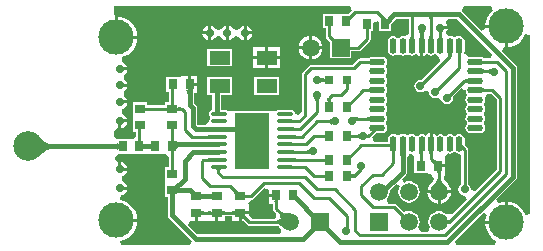
<source format=gtl>
G04 Layer_Physical_Order=1*
G04 Layer_Color=255*
%FSAX44Y44*%
%MOMM*%
G71*
G01*
G75*
%ADD10O,1.4000X0.3500*%
%ADD11O,1.3500X0.5500*%
%ADD12O,0.5500X1.3500*%
%ADD13R,1.8000X1.2000*%
%ADD14R,0.9000X0.8000*%
%ADD15R,0.8000X0.9000*%
%ADD16R,0.7000X0.9000*%
%ADD17R,0.8000X0.8000*%
%ADD18C,0.2540*%
%ADD19C,0.4000*%
%ADD20R,3.0000X4.7500*%
%ADD21C,1.5000*%
%ADD22R,1.5000X1.5000*%
%ADD23C,3.0000*%
%ADD24C,2.5000*%
%ADD25C,0.7366*%
G36*
X00295277Y00202306D02*
X00292495Y00199524D01*
X00285834D01*
X00284976Y00199524D01*
X00282024D01*
X00281166Y00199524D01*
X00270976D01*
Y00187476D01*
X00273651D01*
Y00180500D01*
X00273651Y00180500D01*
X00273868Y00179410D01*
X00274486Y00178486D01*
X00276976Y00175995D01*
Y00161976D01*
X00295024D01*
Y00168151D01*
X00301000D01*
X00301000Y00168151D01*
X00302090Y00168368D01*
X00303014Y00168986D01*
X00310514Y00176486D01*
X00310514Y00176486D01*
X00311132Y00177410D01*
X00311349Y00178500D01*
X00311349Y00178500D01*
Y00184976D01*
X00313524D01*
Y00191728D01*
X00317334Y00193755D01*
X00318476Y00192986D01*
Y00184976D01*
X00328524D01*
Y00191193D01*
X00332988Y00195657D01*
X00343651D01*
Y00182781D01*
X00340873Y00180763D01*
X00340382Y00180644D01*
X00340136Y00180607D01*
X00339848Y00180590D01*
X00338500Y00180858D01*
X00336832Y00180526D01*
X00335419Y00179581D01*
X00333581D01*
X00332168Y00180526D01*
X00330500Y00180858D01*
X00328832Y00180526D01*
X00327419Y00179581D01*
X00326474Y00178168D01*
X00326142Y00176500D01*
Y00168500D01*
X00326474Y00166832D01*
X00327419Y00165419D01*
X00328832Y00164474D01*
X00330500Y00164142D01*
X00332168Y00164474D01*
X00334500Y00165152D01*
X00336832Y00164474D01*
X00338500Y00164142D01*
X00340168Y00164474D01*
X00342500Y00165152D01*
X00344832Y00164474D01*
X00346500Y00164142D01*
X00348168Y00164474D01*
X00349581Y00165419D01*
X00352436Y00163517D01*
X00353230Y00163359D01*
Y00172500D01*
X00355770D01*
Y00163359D01*
X00356564Y00163517D01*
X00359419Y00165419D01*
X00360832Y00164474D01*
X00362500Y00164142D01*
X00364168Y00164474D01*
X00365581Y00165419D01*
X00368436Y00163517D01*
X00368990Y00163407D01*
X00370486Y00159515D01*
X00354568Y00143597D01*
X00353500Y00143809D01*
X00351468Y00143405D01*
X00349746Y00142254D01*
X00348595Y00140532D01*
X00348191Y00138500D01*
X00348595Y00136468D01*
X00349746Y00134746D01*
X00351468Y00133595D01*
X00353500Y00133191D01*
X00355532Y00133595D01*
X00357024Y00134592D01*
X00359148Y00134006D01*
X00360763Y00133139D01*
X00361095Y00131468D01*
X00362246Y00129746D01*
X00363968Y00128595D01*
X00366000Y00128191D01*
X00367119Y00128414D01*
X00368254Y00128441D01*
X00371095Y00126468D01*
X00372246Y00124746D01*
X00373968Y00123595D01*
X00376000Y00123191D01*
X00378032Y00123595D01*
X00379754Y00124746D01*
X00380905Y00126468D01*
X00381309Y00128500D01*
X00381096Y00129568D01*
X00388063Y00136534D01*
X00390762Y00135377D01*
X00391688Y00134771D01*
X00391974Y00133332D01*
X00392652Y00131000D01*
X00391974Y00128668D01*
X00391642Y00127000D01*
X00391974Y00125332D01*
X00392919Y00123919D01*
Y00122081D01*
X00391974Y00120668D01*
X00391642Y00119000D01*
X00391974Y00117332D01*
X00392652Y00115000D01*
X00391974Y00112668D01*
X00391642Y00111000D01*
X00391974Y00109332D01*
X00392919Y00107919D01*
Y00106081D01*
X00391974Y00104668D01*
X00391642Y00103000D01*
X00391974Y00101332D01*
X00392919Y00099919D01*
X00394332Y00098974D01*
X00396000Y00098642D01*
X00404000D01*
X00405668Y00098974D01*
X00407081Y00099919D01*
X00408026Y00101332D01*
X00408358Y00103000D01*
X00408026Y00104668D01*
X00407081Y00106081D01*
Y00107919D01*
X00408026Y00109332D01*
X00408358Y00111000D01*
X00408026Y00112668D01*
X00407348Y00115000D01*
X00408026Y00117332D01*
X00408358Y00119000D01*
X00408026Y00120668D01*
X00407081Y00122081D01*
Y00123919D01*
X00408026Y00125332D01*
X00408358Y00127000D01*
X00408091Y00128343D01*
X00410219Y00131498D01*
X00413788Y00131683D01*
X00418071Y00127400D01*
Y00067489D01*
X00399849Y00049267D01*
X00396725Y00050796D01*
X00396290Y00051096D01*
X00395905Y00053032D01*
X00394754Y00054754D01*
X00393849Y00055359D01*
Y00084500D01*
X00393849Y00084500D01*
X00393632Y00085590D01*
X00393014Y00086514D01*
X00393014Y00086514D01*
X00390858Y00088671D01*
Y00093500D01*
X00390526Y00095168D01*
X00389581Y00096581D01*
X00388168Y00097526D01*
X00386500Y00097858D01*
X00384832Y00097526D01*
X00383419Y00096581D01*
X00381581D01*
X00380168Y00097526D01*
X00378500Y00097858D01*
X00376832Y00097526D01*
X00375419Y00096581D01*
X00373581D01*
X00372168Y00097526D01*
X00370500Y00097858D01*
X00368832Y00097526D01*
X00367419Y00096581D01*
X00364564Y00098483D01*
X00363770Y00098641D01*
Y00089500D01*
X00361230D01*
Y00098641D01*
X00360436Y00098483D01*
X00357581Y00096581D01*
X00356168Y00097526D01*
X00354500Y00097858D01*
X00352832Y00097526D01*
X00351419Y00096581D01*
X00349581D01*
X00348168Y00097526D01*
X00346500Y00097858D01*
X00344832Y00097526D01*
X00342500Y00096848D01*
X00340168Y00097526D01*
X00338500Y00097858D01*
X00336832Y00097526D01*
X00334500Y00096848D01*
X00332168Y00097526D01*
X00330500Y00097858D01*
X00328832Y00097526D01*
X00327419Y00096581D01*
X00326474Y00095168D01*
X00326142Y00093500D01*
Y00091349D01*
X00314266D01*
X00312687Y00095159D01*
X00316171Y00098642D01*
X00321000D01*
X00322668Y00098974D01*
X00324081Y00099919D01*
X00325026Y00101332D01*
X00325358Y00103000D01*
X00325026Y00104668D01*
X00324081Y00106081D01*
Y00107919D01*
X00325026Y00109332D01*
X00325358Y00111000D01*
X00325026Y00112668D01*
X00324348Y00115000D01*
X00325026Y00117332D01*
X00325358Y00119000D01*
X00325026Y00120668D01*
X00324081Y00122081D01*
Y00123919D01*
X00325026Y00125332D01*
X00325358Y00127000D01*
X00325026Y00128668D01*
X00324348Y00131000D01*
X00325026Y00133332D01*
X00325358Y00135000D01*
X00325026Y00136668D01*
X00324348Y00139000D01*
X00325026Y00141332D01*
X00325358Y00143000D01*
X00325026Y00144668D01*
X00324081Y00146081D01*
Y00147919D01*
X00325026Y00149332D01*
X00325358Y00151000D01*
X00325026Y00152668D01*
X00324348Y00155000D01*
X00325026Y00157332D01*
X00325358Y00159000D01*
X00325026Y00160668D01*
X00324081Y00162081D01*
X00322668Y00163026D01*
X00321000Y00163358D01*
X00313000D01*
X00311332Y00163026D01*
X00309919Y00162081D01*
X00309763Y00161849D01*
X00302750D01*
X00302750Y00161849D01*
X00301660Y00161632D01*
X00300736Y00161014D01*
X00300735Y00161014D01*
X00296070Y00156349D01*
X00261000D01*
X00261000Y00156349D01*
X00259910Y00156132D01*
X00258986Y00155514D01*
X00253986Y00150514D01*
X00253368Y00149590D01*
X00253151Y00148500D01*
X00253151Y00148500D01*
Y00117470D01*
X00249485Y00114332D01*
X00247815Y00114626D01*
X00247605Y00114946D01*
X00247588Y00115090D01*
X00247334Y00116367D01*
X00246610Y00117450D01*
X00245527Y00118174D01*
X00244250Y00118428D01*
X00233750D01*
X00232472Y00118174D01*
X00231390Y00117450D01*
X00231169Y00117121D01*
X00227727Y00117062D01*
X00227010Y00117231D01*
X00226000Y00117650D01*
X00196000D01*
X00194990Y00117231D01*
X00194273Y00117062D01*
X00190830Y00117121D01*
X00190610Y00117450D01*
X00189527Y00118174D01*
X00188250Y00118428D01*
X00184593D01*
Y00131106D01*
X00194024D01*
Y00146154D01*
X00172976D01*
Y00131106D01*
X00177407D01*
Y00118360D01*
X00176472Y00118174D01*
X00175389Y00117450D01*
X00174666Y00116367D01*
X00174412Y00115090D01*
X00174666Y00113813D01*
X00175389Y00112730D01*
Y00110950D01*
X00174722Y00109951D01*
X00174666Y00109867D01*
X00174666Y00109867D01*
X00174412Y00108590D01*
X00171640Y00105802D01*
X00171401Y00105683D01*
X00165238D01*
X00164673Y00106248D01*
Y00119760D01*
X00164400Y00121135D01*
X00163621Y00122301D01*
X00161593Y00124328D01*
Y00131202D01*
X00161649Y00131328D01*
X00161667Y00132038D01*
X00161717Y00132605D01*
X00161749Y00132800D01*
X00164540D01*
Y00138570D01*
X00158000D01*
Y00139840D01*
X00156730D01*
Y00146880D01*
X00151460D01*
Y00146880D01*
X00149524Y00145864D01*
X00138476D01*
Y00133816D01*
X00140651D01*
Y00124864D01*
X00137476D01*
Y00122189D01*
X00122024D01*
Y00124864D01*
X00109976D01*
Y00114674D01*
X00109976Y00113816D01*
Y00110864D01*
X00109976Y00110006D01*
Y00099816D01*
X00112571D01*
X00112618Y00096006D01*
X00109976Y00093364D01*
X00107024D01*
X00106166Y00093364D01*
X00095976D01*
X00094000Y00096355D01*
Y00100274D01*
X00094673Y00101024D01*
X00097730Y00102844D01*
Y00109000D01*
X00099000D01*
Y00110270D01*
X00105092D01*
X00104862Y00111428D01*
X00103486Y00113486D01*
X00101428Y00114862D01*
X00100444Y00115058D01*
Y00118942D01*
X00101428Y00119138D01*
X00103486Y00120513D01*
X00104862Y00122572D01*
X00105092Y00123730D01*
X00099000D01*
Y00126270D01*
X00105092D01*
X00104862Y00127428D01*
X00103486Y00129487D01*
X00102942Y00129850D01*
Y00134150D01*
X00103486Y00134514D01*
X00104862Y00136572D01*
X00105092Y00137730D01*
X00099000D01*
Y00140270D01*
X00105092D01*
X00104862Y00141428D01*
X00103486Y00143486D01*
X00102942Y00143850D01*
Y00148150D01*
X00103486Y00148513D01*
X00104862Y00150572D01*
X00105092Y00151730D01*
X00099000D01*
Y00154270D01*
X00105092D01*
X00104862Y00155428D01*
X00103486Y00157486D01*
X00101428Y00158862D01*
X00100803Y00158986D01*
X00100610Y00162909D01*
X00102745Y00163557D01*
X00105792Y00165185D01*
X00108463Y00167377D01*
X00110654Y00170048D01*
X00112283Y00173095D01*
X00113286Y00176402D01*
X00113500Y00178570D01*
X00096000D01*
Y00179840D01*
X00094730D01*
Y00198616D01*
D01*
X00094000Y00199277D01*
Y00206115D01*
X00293699D01*
X00295277Y00202306D01*
D02*
G37*
G36*
X00363887Y00197769D02*
X00363863Y00197625D01*
X00363841Y00197404D01*
X00363793Y00196280D01*
X00363770Y00193705D01*
X00361230D01*
X00361085Y00197837D01*
X00363915D01*
X00363887Y00197769D01*
D02*
G37*
G36*
X00372830Y00185109D02*
X00372607Y00184838D01*
X00372411Y00184558D01*
X00372241Y00184268D01*
X00372097Y00183970D01*
X00371979Y00183661D01*
X00371888Y00183343D01*
X00371822Y00183016D01*
X00371783Y00182679D01*
X00371770Y00182333D01*
X00369230D01*
X00369217Y00182679D01*
X00369178Y00183016D01*
X00369112Y00183343D01*
X00369021Y00183661D01*
X00368903Y00183970D01*
X00368759Y00184268D01*
X00368589Y00184558D01*
X00368393Y00184838D01*
X00368170Y00185109D01*
X00367922Y00185370D01*
X00373078D01*
X00372830Y00185109D01*
D02*
G37*
G36*
X00356829Y00184609D02*
X00356607Y00184338D01*
X00356411Y00184058D01*
X00356241Y00183769D01*
X00356097Y00183470D01*
X00355979Y00183161D01*
X00355888Y00182843D01*
X00355822Y00182516D01*
X00355783Y00182179D01*
X00355770Y00181833D01*
X00353230D01*
X00353217Y00182179D01*
X00353178Y00182516D01*
X00353112Y00182843D01*
X00353021Y00183161D01*
X00352903Y00183470D01*
X00352759Y00183769D01*
X00352589Y00184058D01*
X00352393Y00184338D01*
X00352170Y00184609D01*
X00351922Y00184870D01*
X00357078D01*
X00356829Y00184609D01*
D02*
G37*
G36*
X00371781Y00181035D02*
X00371814Y00180628D01*
X00371870Y00180234D01*
X00371947Y00179854D01*
X00372046Y00179488D01*
X00372168Y00179137D01*
X00372312Y00178799D01*
X00372477Y00178476D01*
X00372665Y00178167D01*
X00372876Y00177871D01*
X00368125D01*
X00368335Y00178167D01*
X00368522Y00178476D01*
X00368688Y00178799D01*
X00368832Y00179137D01*
X00368954Y00179488D01*
X00369053Y00179854D01*
X00369131Y00180234D01*
X00369186Y00180628D01*
X00369219Y00181035D01*
X00369230Y00181458D01*
X00371770D01*
X00371781Y00181035D01*
D02*
G37*
G36*
X00363781D02*
X00363814Y00180628D01*
X00363870Y00180234D01*
X00363947Y00179854D01*
X00364046Y00179488D01*
X00364168Y00179137D01*
X00364312Y00178799D01*
X00364478Y00178476D01*
X00364665Y00178167D01*
X00364875Y00177871D01*
X00360125D01*
X00360335Y00178167D01*
X00360522Y00178476D01*
X00360688Y00178799D01*
X00360832Y00179137D01*
X00360954Y00179488D01*
X00361053Y00179854D01*
X00361130Y00180234D01*
X00361186Y00180628D01*
X00361219Y00181035D01*
X00361230Y00181458D01*
X00363770D01*
X00363781Y00181035D01*
D02*
G37*
G36*
X00355781D02*
X00355814Y00180628D01*
X00355869Y00180234D01*
X00355947Y00179854D01*
X00356046Y00179488D01*
X00356168Y00179137D01*
X00356312Y00178799D01*
X00356478Y00178476D01*
X00356665Y00178167D01*
X00356875Y00177871D01*
X00352124D01*
X00352335Y00178167D01*
X00352522Y00178476D01*
X00352688Y00178799D01*
X00352832Y00179137D01*
X00352954Y00179488D01*
X00353053Y00179854D01*
X00353130Y00180234D01*
X00353186Y00180628D01*
X00353219Y00181035D01*
X00353230Y00181458D01*
X00355770D01*
X00355781Y00181035D01*
D02*
G37*
G36*
X00347781D02*
X00347814Y00180628D01*
X00347869Y00180234D01*
X00347947Y00179854D01*
X00348046Y00179488D01*
X00348168Y00179137D01*
X00348312Y00178799D01*
X00348478Y00178476D01*
X00348665Y00178167D01*
X00348876Y00177871D01*
X00344124D01*
X00344334Y00178167D01*
X00344523Y00178476D01*
X00344688Y00178799D01*
X00344832Y00179137D01*
X00344954Y00179488D01*
X00345053Y00179854D01*
X00345131Y00180234D01*
X00345186Y00180628D01*
X00345219Y00181035D01*
X00345230Y00181458D01*
X00347770D01*
X00347781Y00181035D01*
D02*
G37*
G36*
X00414564Y00202306D02*
X00413537Y00201463D01*
X00411345Y00198792D01*
X00409717Y00195745D01*
X00408714Y00192439D01*
X00408500Y00190270D01*
X00426000D01*
Y00189000D01*
X00427270D01*
Y00171500D01*
X00429439Y00171714D01*
X00432745Y00172717D01*
X00435792Y00174345D01*
X00438463Y00176537D01*
X00440654Y00179208D01*
X00442283Y00182255D01*
X00442305Y00182328D01*
X00446115Y00181763D01*
Y00030237D01*
X00442305Y00029672D01*
X00442283Y00029745D01*
X00440654Y00032792D01*
X00438463Y00035463D01*
X00435792Y00037655D01*
X00432745Y00039283D01*
X00429439Y00040286D01*
X00427270Y00040500D01*
Y00023000D01*
X00426000D01*
Y00021730D01*
X00408500D01*
X00408714Y00019562D01*
X00409717Y00016255D01*
X00411345Y00013208D01*
X00413537Y00010537D01*
X00416208Y00008346D01*
X00417426Y00007695D01*
X00416472Y00003884D01*
X00383955D01*
X00382497Y00007405D01*
X00406326Y00031234D01*
X00407686Y00030637D01*
X00409495Y00029014D01*
X00408714Y00026439D01*
X00408500Y00024270D01*
X00424730D01*
Y00040500D01*
X00422562Y00040286D01*
X00419986Y00039505D01*
X00418363Y00041314D01*
X00417766Y00042674D01*
X00434351Y00059258D01*
X00435130Y00060424D01*
X00435403Y00061799D01*
Y00153407D01*
X00435130Y00154782D01*
X00434351Y00155947D01*
X00422396Y00167902D01*
X00424126Y00171560D01*
X00424730Y00171500D01*
Y00187730D01*
X00408500D01*
X00408560Y00187126D01*
X00404902Y00185396D01*
X00388507Y00201791D01*
X00389909Y00205436D01*
X00390427Y00206115D01*
X00413201D01*
X00414564Y00202306D01*
D02*
G37*
G36*
X00380550Y00166958D02*
X00380386Y00166855D01*
X00380242Y00166682D01*
X00380117Y00166441D01*
X00380011Y00166130D01*
X00379924Y00165751D01*
X00379857Y00165302D01*
X00379809Y00164785D01*
X00379770Y00163542D01*
X00377230D01*
X00377220Y00164198D01*
X00377143Y00165302D01*
X00377076Y00165751D01*
X00376989Y00166130D01*
X00376883Y00166441D01*
X00376758Y00166682D01*
X00376614Y00166855D01*
X00376450Y00166958D01*
X00376267Y00166993D01*
X00380733D01*
X00380550Y00166958D01*
D02*
G37*
G36*
X00414477Y00165659D02*
X00412898Y00161849D01*
X00407237D01*
X00407081Y00162081D01*
X00405668Y00163026D01*
X00404000Y00163358D01*
X00396000D01*
X00394332Y00163026D01*
X00390956Y00165280D01*
X00390526Y00166832D01*
X00390858Y00168500D01*
Y00176500D01*
X00390526Y00178168D01*
X00389581Y00179581D01*
X00388168Y00180526D01*
X00386500Y00180858D01*
X00384832Y00180526D01*
X00382500Y00179848D01*
X00380168Y00180526D01*
X00378500Y00180858D01*
X00377284Y00180616D01*
X00375884Y00182382D01*
X00375167Y00183784D01*
X00376362Y00185572D01*
X00376592Y00186730D01*
X00370500D01*
Y00189270D01*
X00376592D01*
X00376362Y00190428D01*
X00375414Y00191847D01*
X00376136Y00194211D01*
X00377099Y00195657D01*
X00384478D01*
X00414477Y00165659D01*
D02*
G37*
G36*
X00405667Y00153165D02*
X00405976Y00152978D01*
X00406299Y00152812D01*
X00406637Y00152668D01*
X00406988Y00152546D01*
X00407354Y00152447D01*
X00407734Y00152369D01*
X00408128Y00152314D01*
X00408535Y00152281D01*
X00408957Y00152270D01*
Y00149730D01*
X00408535Y00149719D01*
X00408128Y00149686D01*
X00407734Y00149630D01*
X00407354Y00149553D01*
X00406988Y00149454D01*
X00406637Y00149332D01*
X00406299Y00149188D01*
X00405976Y00149023D01*
X00405667Y00148834D01*
X00405372Y00148624D01*
Y00153376D01*
X00405667Y00153165D01*
D02*
G37*
G36*
X00412508Y00148299D02*
X00412291Y00148571D01*
X00412058Y00148814D01*
X00411811Y00149029D01*
X00411549Y00149215D01*
X00411271Y00149372D01*
X00410979Y00149501D01*
X00410672Y00149601D01*
X00410350Y00149673D01*
X00410013Y00149716D01*
X00409661Y00149730D01*
X00410050Y00152270D01*
X00410390Y00152281D01*
X00410725Y00152315D01*
X00411055Y00152372D01*
X00411381Y00152451D01*
X00411702Y00152553D01*
X00412019Y00152678D01*
X00412331Y00152825D01*
X00412638Y00152995D01*
X00412941Y00153188D01*
X00413240Y00153403D01*
X00412508Y00148299D01*
D02*
G37*
G36*
X00268891Y00145829D02*
X00269161Y00145607D01*
X00269441Y00145411D01*
X00269731Y00145241D01*
X00270030Y00145097D01*
X00270338Y00144979D01*
X00270656Y00144888D01*
X00270731Y00144873D01*
X00270801Y00144884D01*
X00271136Y00144973D01*
X00271418Y00145087D01*
X00271650Y00145227D01*
X00271830Y00145392D01*
X00271958Y00145583D01*
X00272035Y00145799D01*
X00272061Y00146040D01*
Y00140960D01*
X00272035Y00141201D01*
X00271958Y00141417D01*
X00271830Y00141608D01*
X00271650Y00141773D01*
X00271418Y00141912D01*
X00271136Y00142027D01*
X00270801Y00142116D01*
X00270731Y00142127D01*
X00270656Y00142112D01*
X00270338Y00142021D01*
X00270030Y00141903D01*
X00269731Y00141759D01*
X00269442Y00141589D01*
X00269161Y00141393D01*
X00268891Y00141170D01*
X00268630Y00140922D01*
X00268629Y00146078D01*
X00268891Y00145829D01*
D02*
G37*
G36*
X00394628Y00140625D02*
X00394333Y00140835D01*
X00394024Y00141023D01*
X00393701Y00141188D01*
X00393363Y00141332D01*
X00393012Y00141454D01*
X00392646Y00141553D01*
X00392266Y00141630D01*
X00391872Y00141686D01*
X00391464Y00141719D01*
X00391042Y00141730D01*
Y00144270D01*
X00391464Y00144281D01*
X00391872Y00144314D01*
X00392266Y00144369D01*
X00392646Y00144447D01*
X00393012Y00144546D01*
X00393363Y00144668D01*
X00393701Y00144812D01*
X00394024Y00144978D01*
X00394333Y00145165D01*
X00394628Y00145375D01*
Y00140625D01*
D02*
G37*
G36*
X00405667Y00137165D02*
X00405976Y00136978D01*
X00406299Y00136812D01*
X00406637Y00136668D01*
X00406988Y00136546D01*
X00407354Y00136447D01*
X00407734Y00136369D01*
X00408128Y00136314D01*
X00408535Y00136281D01*
X00408957Y00136270D01*
Y00133730D01*
X00408535Y00133719D01*
X00408128Y00133686D01*
X00407734Y00133631D01*
X00407354Y00133553D01*
X00406988Y00133454D01*
X00406637Y00133332D01*
X00406299Y00133188D01*
X00405976Y00133022D01*
X00405667Y00132835D01*
X00405372Y00132625D01*
Y00137375D01*
X00405667Y00137165D01*
D02*
G37*
G36*
X00311628Y00132625D02*
X00311333Y00132835D01*
X00311024Y00133022D01*
X00310701Y00133188D01*
X00310363Y00133332D01*
X00310012Y00133454D01*
X00309646Y00133553D01*
X00309266Y00133631D01*
X00308872Y00133686D01*
X00308464Y00133719D01*
X00308042Y00133730D01*
Y00136270D01*
X00308464Y00136281D01*
X00308872Y00136314D01*
X00309266Y00136369D01*
X00309646Y00136447D01*
X00310012Y00136546D01*
X00310363Y00136668D01*
X00310701Y00136812D01*
X00311024Y00136978D01*
X00311333Y00137165D01*
X00311628Y00137375D01*
Y00132625D01*
D02*
G37*
G36*
X00161595Y00135330D02*
X00161260Y00135211D01*
X00160965Y00135010D01*
X00160709Y00134731D01*
X00160492Y00134370D01*
X00160315Y00133931D01*
X00160177Y00133411D01*
X00160079Y00132810D01*
X00160020Y00132130D01*
X00160000Y00131370D01*
X00156000D01*
X00155980Y00132130D01*
X00155921Y00132810D01*
X00155823Y00133411D01*
X00155685Y00133931D01*
X00155508Y00134370D01*
X00155291Y00134731D01*
X00155035Y00135010D01*
X00154739Y00135211D01*
X00154405Y00135330D01*
X00154030Y00135371D01*
X00161969D01*
X00161595Y00135330D01*
D02*
G37*
G36*
X00277283Y00127521D02*
X00277321Y00127084D01*
X00277384Y00126699D01*
X00277473Y00126364D01*
X00277588Y00126082D01*
X00277727Y00125850D01*
X00277892Y00125670D01*
X00278083Y00125542D01*
X00278299Y00125465D01*
X00278540Y00125439D01*
X00273460D01*
X00273701Y00125465D01*
X00273917Y00125542D01*
X00274108Y00125670D01*
X00274273Y00125850D01*
X00274412Y00126082D01*
X00274527Y00126364D01*
X00274616Y00126699D01*
X00274679Y00127084D01*
X00274717Y00127521D01*
X00274730Y00128010D01*
X00277270D01*
X00277283Y00127521D01*
D02*
G37*
G36*
X00268329Y00128108D02*
X00268107Y00127838D01*
X00267910Y00127558D01*
X00267740Y00127268D01*
X00267596Y00126969D01*
X00267479Y00126661D01*
X00267387Y00126343D01*
X00267322Y00126016D01*
X00267283Y00125679D01*
X00267269Y00125333D01*
X00264729D01*
X00264716Y00125679D01*
X00264677Y00126016D01*
X00264612Y00126343D01*
X00264520Y00126661D01*
X00264402Y00126969D01*
X00264258Y00127268D01*
X00264088Y00127558D01*
X00263892Y00127838D01*
X00263670Y00128108D01*
X00263421Y00128370D01*
X00268577D01*
X00268329Y00128108D01*
D02*
G37*
G36*
X00147965Y00121639D02*
X00148042Y00121423D01*
X00148170Y00121232D01*
X00148350Y00121067D01*
X00148582Y00120927D01*
X00148864Y00120813D01*
X00149199Y00120724D01*
X00149584Y00120661D01*
X00150021Y00120623D01*
X00150510Y00120610D01*
Y00118070D01*
X00150021Y00118057D01*
X00149584Y00118019D01*
X00149199Y00117956D01*
X00148864Y00117867D01*
X00148582Y00117753D01*
X00148350Y00117613D01*
X00148170Y00117448D01*
X00148042Y00117257D01*
X00147965Y00117041D01*
X00147939Y00116800D01*
Y00121880D01*
X00147965Y00121639D01*
D02*
G37*
G36*
X00183004Y00116644D02*
X00183019Y00116574D01*
X00183041Y00116503D01*
X00183071Y00116432D01*
X00183107Y00116360D01*
X00183151Y00116287D01*
X00183202Y00116213D01*
X00183260Y00116139D01*
X00183325Y00116064D01*
X00183398Y00115988D01*
X00181602Y00114192D01*
X00181526Y00114264D01*
X00181377Y00114388D01*
X00181303Y00114439D01*
X00181230Y00114483D01*
X00181158Y00114519D01*
X00181087Y00114549D01*
X00181016Y00114571D01*
X00180946Y00114586D01*
X00180877Y00114594D01*
X00182996Y00116713D01*
X00183004Y00116644D01*
D02*
G37*
G36*
X00311628Y00108624D02*
X00311333Y00108834D01*
X00311024Y00109023D01*
X00310701Y00109188D01*
X00310363Y00109332D01*
X00310012Y00109454D01*
X00309646Y00109553D01*
X00309266Y00109630D01*
X00308872Y00109686D01*
X00308464Y00109719D01*
X00308042Y00109730D01*
Y00112270D01*
X00308464Y00112281D01*
X00308872Y00112314D01*
X00309266Y00112369D01*
X00309646Y00112447D01*
X00310012Y00112546D01*
X00310363Y00112668D01*
X00310701Y00112812D01*
X00311024Y00112978D01*
X00311333Y00113165D01*
X00311628Y00113376D01*
Y00108624D01*
D02*
G37*
G36*
X00301681Y00109730D02*
X00301308Y00109717D01*
X00300974Y00109677D01*
X00300678Y00109610D01*
X00300420Y00109516D01*
X00300201Y00109396D01*
X00300020Y00109248D01*
X00299878Y00109074D01*
X00299774Y00108874D01*
X00299708Y00108646D01*
X00299681Y00108392D01*
X00296649Y00112125D01*
X00300914Y00112270D01*
X00301681Y00109730D01*
D02*
G37*
G36*
X00245046Y00110143D02*
X00245211Y00110084D01*
X00245416Y00110031D01*
X00245662Y00109986D01*
X00246275Y00109916D01*
X00247049Y00109874D01*
X00247984Y00109860D01*
Y00107320D01*
X00247496Y00107317D01*
X00245662Y00107194D01*
X00245416Y00107149D01*
X00245211Y00107096D01*
X00245046Y00107037D01*
X00244921Y00106970D01*
Y00110210D01*
X00245046Y00110143D01*
D02*
G37*
G36*
X00278369Y00105922D02*
X00278108Y00106170D01*
X00277837Y00106393D01*
X00277557Y00106589D01*
X00277268Y00106759D01*
X00276969Y00106903D01*
X00276660Y00107021D01*
X00276343Y00107112D01*
X00276015Y00107177D01*
X00275679Y00107217D01*
X00275332Y00107230D01*
Y00109770D01*
X00275679Y00109783D01*
X00276015Y00109822D01*
X00276343Y00109888D01*
X00276660Y00109979D01*
X00276969Y00110097D01*
X00277268Y00110241D01*
X00277557Y00110411D01*
X00277837Y00110607D01*
X00278108Y00110829D01*
X00278369Y00111078D01*
Y00105922D01*
D02*
G37*
G36*
X00245046Y00103643D02*
X00245211Y00103584D01*
X00245416Y00103531D01*
X00245662Y00103486D01*
X00246275Y00103416D01*
X00247049Y00103374D01*
X00247984Y00103360D01*
Y00100820D01*
X00247496Y00100816D01*
X00245662Y00100694D01*
X00245416Y00100649D01*
X00245211Y00100596D01*
X00245046Y00100537D01*
X00244921Y00100470D01*
Y00103710D01*
X00245046Y00103643D01*
D02*
G37*
G36*
Y00097143D02*
X00245211Y00097084D01*
X00245416Y00097031D01*
X00245662Y00096986D01*
X00246275Y00096916D01*
X00247049Y00096874D01*
X00247984Y00096860D01*
Y00094320D01*
X00247496Y00094317D01*
X00245662Y00094194D01*
X00245416Y00094149D01*
X00245211Y00094096D01*
X00245046Y00094037D01*
X00244921Y00093970D01*
Y00097210D01*
X00245046Y00097143D01*
D02*
G37*
G36*
X00177079Y00093970D02*
X00176954Y00094037D01*
X00176789Y00094096D01*
X00176583Y00094149D01*
X00176338Y00094194D01*
X00175725Y00094264D01*
X00174951Y00094306D01*
X00174016Y00094320D01*
Y00096860D01*
X00174503Y00096863D01*
X00176338Y00096986D01*
X00176583Y00097031D01*
X00176789Y00097084D01*
X00176954Y00097143D01*
X00177079Y00097210D01*
Y00093970D01*
D02*
G37*
G36*
X00302370Y00093422D02*
X00302109Y00093670D01*
X00301838Y00093893D01*
X00301558Y00094089D01*
X00301269Y00094259D01*
X00300970Y00094403D01*
X00300661Y00094521D01*
X00300343Y00094612D01*
X00300016Y00094678D01*
X00299679Y00094717D01*
X00299333Y00094730D01*
X00299333Y00097270D01*
X00299679Y00097283D01*
X00300016Y00097322D01*
X00300343Y00097388D01*
X00300661Y00097479D01*
X00300970Y00097597D01*
X00301269Y00097741D01*
X00301558Y00097911D01*
X00301838Y00098107D01*
X00302109Y00098329D01*
X00302370Y00098578D01*
X00302370Y00093422D01*
D02*
G37*
G36*
X00116915Y00088753D02*
X00114085D01*
X00114112Y00088821D01*
X00114137Y00088965D01*
X00114159Y00089186D01*
X00114207Y00090310D01*
X00114230Y00092885D01*
X00116770D01*
X00116915Y00088753D01*
D02*
G37*
G36*
X00245046Y00090643D02*
X00245211Y00090584D01*
X00245416Y00090531D01*
X00245662Y00090486D01*
X00246275Y00090416D01*
X00247049Y00090374D01*
X00247984Y00090360D01*
Y00087820D01*
X00247496Y00087816D01*
X00245662Y00087694D01*
X00245416Y00087649D01*
X00245211Y00087596D01*
X00245046Y00087537D01*
X00244921Y00087470D01*
Y00090710D01*
X00245046Y00090643D01*
D02*
G37*
G36*
X00147009Y00091673D02*
X00147129Y00091551D01*
X00147329Y00091443D01*
X00147610Y00091349D01*
X00147970Y00091270D01*
X00148410Y00091205D01*
X00149529Y00091119D01*
X00150969Y00091090D01*
Y00087090D01*
X00150210Y00087070D01*
X00149529Y00087010D01*
X00148929Y00086910D01*
X00148410Y00086770D01*
X00147970Y00086590D01*
X00147610Y00086370D01*
X00147329Y00086110D01*
X00147129Y00085810D01*
X00147009Y00085470D01*
X00146969Y00085090D01*
Y00091810D01*
X00147009Y00091673D01*
D02*
G37*
G36*
X00097561Y00083340D02*
X00097521Y00083720D01*
X00097400Y00084060D01*
X00097198Y00084360D01*
X00096916Y00084620D01*
X00096553Y00084840D01*
X00096110Y00085020D01*
X00095586Y00085160D01*
X00094981Y00085260D01*
X00094296Y00085320D01*
X00093530Y00085340D01*
Y00089340D01*
X00094296Y00089360D01*
X00094981Y00089420D01*
X00095586Y00089520D01*
X00096110Y00089660D01*
X00096553Y00089840D01*
X00096916Y00090060D01*
X00097198Y00090320D01*
X00097400Y00090620D01*
X00097521Y00090960D01*
X00097561Y00091340D01*
Y00083340D01*
D02*
G37*
G36*
X00121024Y00081316D02*
X00123476D01*
Y00081316D01*
X00133666D01*
X00134524Y00081316D01*
X00137476D01*
X00140651Y00078466D01*
Y00069864D01*
X00137476D01*
Y00058816D01*
X00137476Y00058816D01*
Y00055864D01*
X00137476D01*
X00137476Y00055006D01*
Y00044816D01*
X00139907D01*
Y00029000D01*
X00140180Y00027625D01*
X00140959Y00026459D01*
X00159724Y00007695D01*
X00158331Y00003884D01*
X00100041D01*
X00099438Y00007554D01*
X00102745Y00008557D01*
X00105792Y00010186D01*
X00108463Y00012377D01*
X00110654Y00015048D01*
X00112283Y00018095D01*
X00113286Y00021402D01*
X00113500Y00023570D01*
X00096000D01*
Y00026110D01*
X00113500D01*
X00113286Y00028278D01*
X00112283Y00031585D01*
X00110654Y00034632D01*
X00108463Y00037303D01*
X00105792Y00039495D01*
X00102745Y00041123D01*
X00099438Y00042126D01*
X00099950Y00045844D01*
X00101428Y00046138D01*
X00103486Y00047513D01*
X00104862Y00049572D01*
X00105092Y00050730D01*
X00099000D01*
Y00053270D01*
X00105092D01*
X00104862Y00054428D01*
X00103486Y00056487D01*
X00101428Y00057862D01*
X00100444Y00058058D01*
Y00061942D01*
X00101428Y00062138D01*
X00103486Y00063513D01*
X00104862Y00065572D01*
X00105092Y00066730D01*
X00099000D01*
Y00068000D01*
X00097730D01*
Y00074156D01*
X00095810Y00075299D01*
X00095197Y00077829D01*
X00097832Y00081316D01*
X00106166D01*
X00107024Y00081316D01*
X00109976D01*
X00110834Y00081316D01*
X00121024D01*
Y00081316D01*
D02*
G37*
G36*
X00384832Y00081474D02*
X00386500Y00081142D01*
X00388151Y00079787D01*
Y00055359D01*
X00387246Y00054754D01*
X00386095Y00053032D01*
X00385691Y00051000D01*
X00386095Y00048968D01*
X00387246Y00047246D01*
X00388968Y00046095D01*
X00390904Y00045710D01*
X00391203Y00045275D01*
X00392733Y00042151D01*
X00380363Y00029781D01*
X00375736Y00029936D01*
X00373851Y00031382D01*
X00371656Y00032292D01*
X00369300Y00032602D01*
X00366944Y00032292D01*
X00364749Y00031382D01*
X00362864Y00029936D01*
X00361418Y00028051D01*
X00360508Y00025856D01*
X00360198Y00023500D01*
X00360508Y00021144D01*
X00361418Y00018949D01*
X00361494Y00018849D01*
X00359616Y00015039D01*
X00353584D01*
X00351705Y00018849D01*
X00351782Y00018949D01*
X00352692Y00021144D01*
X00353002Y00023500D01*
X00352692Y00025856D01*
X00351782Y00028051D01*
X00350336Y00029936D01*
X00348451Y00031382D01*
X00346256Y00032292D01*
X00343900Y00032602D01*
X00341544Y00032292D01*
X00339842Y00031587D01*
X00333414Y00038014D01*
X00332490Y00038632D01*
X00331400Y00038849D01*
X00331400Y00038849D01*
X00326483D01*
X00325231Y00041774D01*
X00325085Y00042659D01*
X00326382Y00044349D01*
X00327292Y00046544D01*
X00327602Y00048900D01*
X00327472Y00049890D01*
X00332864Y00055283D01*
X00336017Y00053451D01*
X00335108Y00051256D01*
X00334798Y00048900D01*
X00335108Y00046544D01*
X00336017Y00044349D01*
X00337464Y00042464D01*
X00339349Y00041018D01*
X00341544Y00040108D01*
X00343900Y00039798D01*
X00346256Y00040108D01*
X00348451Y00041018D01*
X00350336Y00042464D01*
X00351782Y00044349D01*
X00352692Y00046544D01*
X00353002Y00048900D01*
X00352692Y00051256D01*
X00351782Y00053451D01*
X00350336Y00055336D01*
X00348451Y00056782D01*
X00346256Y00057692D01*
X00343900Y00058002D01*
X00341544Y00057692D01*
X00339349Y00056782D01*
X00337517Y00059936D01*
X00341041Y00063459D01*
X00341819Y00064625D01*
X00342093Y00066000D01*
Y00078722D01*
X00343642Y00080278D01*
X00343975Y00080538D01*
X00344704Y00080900D01*
X00345351Y00080705D01*
X00347666Y00079220D01*
X00348480Y00077878D01*
X00348476Y00077024D01*
X00348476D01*
Y00064976D01*
X00358071D01*
X00361460Y00063960D01*
D01*
X00362804Y00063607D01*
X00364994Y00059519D01*
X00364360Y00057721D01*
X00364237Y00057670D01*
X00362139Y00056061D01*
X00360530Y00053963D01*
X00359518Y00051521D01*
X00359341Y00050170D01*
X00379259D01*
X00379081Y00051521D01*
X00378070Y00053963D01*
X00376461Y00056061D01*
X00374363Y00057670D01*
X00374240Y00057721D01*
X00373241Y00060553D01*
X00374540Y00063960D01*
X00374540D01*
Y00069730D01*
X00368000D01*
Y00072270D01*
X00374540D01*
Y00078040D01*
X00374540Y00078040D01*
X00375637Y00080844D01*
X00376832Y00081474D01*
X00378500Y00081142D01*
X00380168Y00081474D01*
X00381581Y00082419D01*
X00383419D01*
X00384832Y00081474D01*
D02*
G37*
G36*
X00245046Y00084143D02*
X00245211Y00084084D01*
X00245416Y00084031D01*
X00245662Y00083986D01*
X00246275Y00083916D01*
X00247049Y00083874D01*
X00247984Y00083860D01*
Y00081320D01*
X00247496Y00081316D01*
X00245662Y00081194D01*
X00245416Y00081149D01*
X00245211Y00081096D01*
X00245046Y00081037D01*
X00244921Y00080970D01*
Y00084210D01*
X00245046Y00084143D01*
D02*
G37*
G36*
X00260904Y00080555D02*
X00260572Y00080700D01*
X00259910Y00080945D01*
X00259579Y00081045D01*
X00258920Y00081198D01*
X00258591Y00081251D01*
X00257934Y00081312D01*
X00257607Y00081320D01*
X00256552Y00083860D01*
X00256912Y00083875D01*
X00257247Y00083920D01*
X00257558Y00083996D01*
X00257846Y00084102D01*
X00258110Y00084239D01*
X00258350Y00084405D01*
X00258566Y00084602D01*
X00258757Y00084829D01*
X00258925Y00085086D01*
X00259070Y00085374D01*
X00260904Y00080555D01*
D02*
G37*
G36*
X00364665Y00083833D02*
X00364478Y00083524D01*
X00364312Y00083201D01*
X00364168Y00082863D01*
X00364046Y00082512D01*
X00363947Y00082146D01*
X00363870Y00081766D01*
X00363814Y00081372D01*
X00363781Y00080964D01*
X00363770Y00080542D01*
X00361230D01*
X00361219Y00080964D01*
X00361186Y00081372D01*
X00361130Y00081766D01*
X00361053Y00082146D01*
X00360954Y00082512D01*
X00360832Y00082863D01*
X00360688Y00083201D01*
X00360522Y00083524D01*
X00360335Y00083833D01*
X00360125Y00084129D01*
X00364875D01*
X00364665Y00083833D01*
D02*
G37*
G36*
X00356516Y00083710D02*
X00356279Y00083697D01*
X00356067Y00083613D01*
X00355880Y00083456D01*
X00355718Y00083227D01*
X00355581Y00082926D01*
X00355469Y00082552D01*
X00355382Y00082106D01*
X00355320Y00081588D01*
X00355282Y00080998D01*
X00355270Y00080335D01*
X00352730Y00080890D01*
X00352724Y00081363D01*
X00352633Y00082584D01*
X00352579Y00082924D01*
X00352512Y00083232D01*
X00352433Y00083506D01*
X00352342Y00083746D01*
X00352239Y00083954D01*
X00352124Y00084129D01*
X00356516Y00083710D01*
D02*
G37*
G36*
X00340804Y00083996D02*
X00340740Y00083792D01*
X00340684Y00083519D01*
X00340635Y00083175D01*
X00340560Y00082277D01*
X00340504Y00080404D01*
X00340500Y00079639D01*
X00336500D01*
X00336496Y00080404D01*
X00336316Y00083519D01*
X00336260Y00083792D01*
X00336196Y00083996D01*
X00336124Y00084129D01*
X00340875D01*
X00340804Y00083996D01*
D02*
G37*
G36*
X00031227Y00094808D02*
X00033688Y00092647D01*
X00034848Y00091770D01*
X00035963Y00091027D01*
X00037031Y00090420D01*
X00038053Y00089948D01*
X00039028Y00089610D01*
X00039957Y00089408D01*
X00040839Y00089340D01*
Y00085340D01*
X00039957Y00085273D01*
X00039028Y00085070D01*
X00038053Y00084733D01*
X00037031Y00084260D01*
X00035963Y00083652D01*
X00034848Y00082910D01*
X00033688Y00082032D01*
X00031227Y00079872D01*
X00029927Y00078590D01*
Y00096090D01*
X00031227Y00094808D01*
D02*
G37*
G36*
X00245046Y00077643D02*
X00245211Y00077584D01*
X00245416Y00077531D01*
X00245662Y00077486D01*
X00246275Y00077416D01*
X00247049Y00077374D01*
X00247984Y00077360D01*
Y00074820D01*
X00247496Y00074816D01*
X00245662Y00074694D01*
X00245416Y00074649D01*
X00245211Y00074596D01*
X00245046Y00074537D01*
X00244921Y00074470D01*
Y00077710D01*
X00245046Y00077643D01*
D02*
G37*
G36*
X00177079Y00074470D02*
X00176954Y00074537D01*
X00176789Y00074596D01*
X00176583Y00074649D01*
X00176338Y00074694D01*
X00175725Y00074764D01*
X00174951Y00074806D01*
X00174016Y00074820D01*
Y00077360D01*
X00174503Y00077364D01*
X00176338Y00077486D01*
X00176583Y00077531D01*
X00176789Y00077584D01*
X00176954Y00077643D01*
X00177079Y00077710D01*
Y00074470D01*
D02*
G37*
G36*
X00364017Y00076792D02*
X00365235Y00075763D01*
X00365561Y00075551D01*
X00365848Y00075404D01*
X00366094Y00075322D01*
X00366300Y00075306D01*
X00366465Y00075355D01*
X00366591Y00075469D01*
X00364030Y00071909D01*
X00364108Y00072072D01*
X00364128Y00072267D01*
X00364091Y00072493D01*
X00363997Y00072751D01*
X00363846Y00073042D01*
X00363638Y00073364D01*
X00363373Y00073717D01*
X00363050Y00074103D01*
X00362234Y00074970D01*
X00363530Y00077266D01*
X00364017Y00076792D01*
D02*
G37*
G36*
X00184799Y00067842D02*
X00184583Y00067765D01*
X00184392Y00067636D01*
X00184227Y00067456D01*
X00184087Y00067225D01*
X00183973Y00066942D01*
X00183884Y00066608D01*
X00183821Y00066222D01*
X00183783Y00065785D01*
X00183770Y00065297D01*
X00181230D01*
X00181217Y00065785D01*
X00181179Y00066222D01*
X00181116Y00066608D01*
X00181027Y00066942D01*
X00180912Y00067225D01*
X00180773Y00067456D01*
X00180608Y00067636D01*
X00180417Y00067765D01*
X00180201Y00067842D01*
X00179960Y00067867D01*
X00185040D01*
X00184799Y00067842D01*
D02*
G37*
G36*
X00371599Y00066535D02*
X00371383Y00066458D01*
X00371192Y00066330D01*
X00371027Y00066150D01*
X00370887Y00065918D01*
X00370773Y00065636D01*
X00370684Y00065301D01*
X00370621Y00064916D01*
X00370583Y00064479D01*
X00370570Y00063991D01*
X00368030D01*
X00368017Y00064479D01*
X00367979Y00064916D01*
X00367916Y00065301D01*
X00367827Y00065636D01*
X00367712Y00065918D01*
X00367573Y00066150D01*
X00367408Y00066330D01*
X00367217Y00066458D01*
X00367001Y00066535D01*
X00366760Y00066561D01*
X00371840D01*
X00371599Y00066535D01*
D02*
G37*
G36*
X00294465Y00064639D02*
X00294542Y00064423D01*
X00294670Y00064232D01*
X00294850Y00064067D01*
X00295082Y00063927D01*
X00295364Y00063813D01*
X00295699Y00063724D01*
X00296084Y00063661D01*
X00296521Y00063623D01*
X00297009Y00063610D01*
Y00061070D01*
X00296521Y00061057D01*
X00296084Y00061019D01*
X00295699Y00060956D01*
X00295364Y00060867D01*
X00295082Y00060753D01*
X00294850Y00060613D01*
X00294670Y00060448D01*
X00294542Y00060257D01*
X00294465Y00060041D01*
X00294439Y00059800D01*
Y00064880D01*
X00294465Y00064639D01*
D02*
G37*
G36*
X00370610Y00060252D02*
X00370729Y00059687D01*
X00370928Y00059097D01*
X00371207Y00058481D01*
X00371565Y00057841D01*
X00372003Y00057174D01*
X00372520Y00056483D01*
X00373794Y00055024D01*
X00374550Y00054256D01*
X00364050D01*
X00364806Y00055024D01*
X00366080Y00056483D01*
X00366597Y00057174D01*
X00367035Y00057841D01*
X00367393Y00058481D01*
X00367672Y00059097D01*
X00367871Y00059687D01*
X00367990Y00060252D01*
X00368030Y00060792D01*
X00370570D01*
X00370610Y00060252D01*
D02*
G37*
G36*
X00150798Y00053889D02*
X00150022Y00053085D01*
X00148796Y00051635D01*
X00148347Y00050990D01*
X00148006Y00050398D01*
X00147775Y00049859D01*
X00147653Y00049373D01*
X00147639Y00048939D01*
X00147735Y00048559D01*
X00147939Y00048232D01*
X00142733Y00054279D01*
X00143023Y00054037D01*
X00143374Y00053912D01*
X00143786Y00053905D01*
X00144260Y00054015D01*
X00144795Y00054242D01*
X00145391Y00054587D01*
X00146049Y00055048D01*
X00146768Y00055628D01*
X00148390Y00057138D01*
X00150798Y00053889D01*
D02*
G37*
G36*
X00320188Y00047309D02*
X00320095Y00047370D01*
X00319986Y00047424D01*
X00319859Y00047473D01*
X00319716Y00047514D01*
X00319555Y00047550D01*
X00319378Y00047579D01*
X00318973Y00047617D01*
X00318745Y00047627D01*
X00318500Y00047630D01*
Y00050170D01*
X00318745Y00050173D01*
X00319378Y00050221D01*
X00319555Y00050250D01*
X00319716Y00050286D01*
X00319859Y00050327D01*
X00319986Y00050376D01*
X00320095Y00050430D01*
X00320188Y00050491D01*
Y00047309D01*
D02*
G37*
G36*
X00197293Y00050271D02*
X00198216Y00049489D01*
X00198626Y00049202D01*
X00199002Y00048985D01*
X00199344Y00048837D01*
X00199653Y00048759D01*
X00199927Y00048749D01*
X00200167Y00048809D01*
X00200373Y00048939D01*
X00196561Y00045627D01*
X00196713Y00045811D01*
X00196790Y00046034D01*
X00196793Y00046295D01*
X00196722Y00046596D01*
X00196577Y00046936D01*
X00196357Y00047315D01*
X00196063Y00047732D01*
X00195694Y00048189D01*
X00194734Y00049219D01*
X00196780Y00050766D01*
X00197293Y00050271D01*
D02*
G37*
G36*
X00233799Y00041535D02*
X00233583Y00041458D01*
X00233392Y00041330D01*
X00233227Y00041150D01*
X00233087Y00040918D01*
X00232973Y00040636D01*
X00232884Y00040301D01*
X00232821Y00039916D01*
X00232783Y00039479D01*
X00232770Y00038990D01*
X00230230D01*
X00230217Y00039479D01*
X00230179Y00039916D01*
X00230116Y00040301D01*
X00230027Y00040636D01*
X00229912Y00040918D01*
X00229773Y00041150D01*
X00229608Y00041330D01*
X00229417Y00041458D01*
X00229201Y00041535D01*
X00228960Y00041561D01*
X00234040D01*
X00233799Y00041535D01*
D02*
G37*
G36*
X00196561Y00028460D02*
X00196535Y00028701D01*
X00196458Y00028917D01*
X00196330Y00029108D01*
X00196150Y00029273D01*
X00195918Y00029413D01*
X00195636Y00029527D01*
X00195301Y00029616D01*
X00194916Y00029679D01*
X00194479Y00029717D01*
X00193990Y00029730D01*
Y00032270D01*
X00194479Y00032283D01*
X00194916Y00032321D01*
X00195301Y00032384D01*
X00195636Y00032473D01*
X00195918Y00032587D01*
X00196150Y00032727D01*
X00196330Y00032892D01*
X00196458Y00033083D01*
X00196535Y00033299D01*
X00196561Y00033540D01*
Y00028460D01*
D02*
G37*
G36*
X00185465Y00033299D02*
X00185542Y00033083D01*
X00185670Y00032892D01*
X00185850Y00032727D01*
X00186082Y00032587D01*
X00186364Y00032473D01*
X00186698Y00032384D01*
X00187084Y00032321D01*
X00187521Y00032283D01*
X00188009Y00032270D01*
Y00029730D01*
X00187521Y00029717D01*
X00187084Y00029679D01*
X00186698Y00029616D01*
X00186364Y00029527D01*
X00186082Y00029413D01*
X00185850Y00029273D01*
X00185670Y00029108D01*
X00185542Y00028917D01*
X00185465Y00028701D01*
X00185439Y00028460D01*
Y00033540D01*
X00185465Y00033299D01*
D02*
G37*
G36*
X00176561Y00028460D02*
X00176535Y00028701D01*
X00176458Y00028917D01*
X00176330Y00029108D01*
X00176150Y00029273D01*
X00175918Y00029413D01*
X00175636Y00029527D01*
X00175301Y00029616D01*
X00174916Y00029679D01*
X00174479Y00029717D01*
X00173990Y00029730D01*
Y00032270D01*
X00174479Y00032283D01*
X00174916Y00032321D01*
X00175301Y00032384D01*
X00175636Y00032473D01*
X00175918Y00032587D01*
X00176150Y00032727D01*
X00176330Y00032892D01*
X00176458Y00033083D01*
X00176535Y00033299D01*
X00176561Y00033540D01*
Y00028460D01*
D02*
G37*
G36*
X00167965Y00033299D02*
X00168042Y00033083D01*
X00168170Y00032892D01*
X00168350Y00032727D01*
X00168582Y00032587D01*
X00168864Y00032473D01*
X00169198Y00032384D01*
X00169584Y00032321D01*
X00170021Y00032283D01*
X00170509Y00032270D01*
Y00029730D01*
X00170021Y00029717D01*
X00169584Y00029679D01*
X00169198Y00029616D01*
X00168864Y00029527D01*
X00168582Y00029413D01*
X00168350Y00029273D01*
X00168170Y00029108D01*
X00168042Y00028917D01*
X00167965Y00028701D01*
X00167939Y00028460D01*
Y00033540D01*
X00167965Y00033299D01*
D02*
G37*
G36*
X00224960Y00050665D02*
X00224960Y00049341D01*
Y00047270D01*
X00231500D01*
Y00044730D01*
X00224960D01*
Y00038960D01*
X00228581D01*
X00228581Y00038948D01*
X00228651Y00038790D01*
Y00034600D01*
X00228651Y00034600D01*
X00228868Y00033510D01*
X00229486Y00032586D01*
X00231328Y00030744D01*
X00231128Y00027942D01*
X00229561Y00026099D01*
X00211013D01*
X00208040Y00029126D01*
Y00029730D01*
X00205214D01*
X00205201Y00029475D01*
X00205266Y00029177D01*
X00205407Y00028838D01*
X00205625Y00028458D01*
X00205920Y00028038D01*
X00206292Y00027576D01*
X00207266Y00026530D01*
X00204970Y00025234D01*
X00204471Y00025715D01*
X00203567Y00026475D01*
X00203162Y00026755D01*
X00202787Y00026968D01*
X00202443Y00027114D01*
X00202270Y00027158D01*
Y00024460D01*
X00203396D01*
X00203825Y00024047D01*
X00203989Y00023982D01*
X00206736Y00021236D01*
X00207660Y00020618D01*
X00208750Y00020401D01*
X00208750Y00020401D01*
X00231002D01*
X00231134Y00020335D01*
X00231555Y00020304D01*
X00231917Y00020228D01*
X00232344Y00020087D01*
X00232833Y00019872D01*
X00233377Y00019578D01*
X00233972Y00019203D01*
X00234030Y00019162D01*
X00234330Y00018437D01*
X00235699Y00016653D01*
X00235436Y00015304D01*
X00234237Y00012843D01*
X00164738D01*
X00156931Y00020650D01*
X00158510Y00024460D01*
X00162230D01*
Y00031000D01*
X00164770D01*
Y00024460D01*
X00170540D01*
Y00024460D01*
X00173960D01*
Y00024460D01*
X00179730D01*
Y00031000D01*
X00182270D01*
Y00024460D01*
X00188040D01*
Y00028081D01*
X00188052Y00028081D01*
X00188210Y00028151D01*
X00193790D01*
X00193948Y00028081D01*
X00193960Y00028081D01*
Y00024460D01*
X00199730D01*
Y00031000D01*
X00201000D01*
Y00032270D01*
X00208040D01*
Y00036087D01*
X00208040Y00037540D01*
X00207383Y00039732D01*
X00210120Y00042175D01*
X00211090Y00042368D01*
X00212014Y00042986D01*
X00221150Y00052121D01*
X00224960Y00050665D01*
D02*
G37*
G36*
X00376667Y00024980D02*
X00376718Y00024936D01*
X00376797Y00024897D01*
X00376903Y00024863D01*
X00377036Y00024835D01*
X00377197Y00024811D01*
X00377599Y00024780D01*
X00378111Y00024770D01*
Y00022230D01*
X00377841Y00022227D01*
X00377036Y00022165D01*
X00376903Y00022137D01*
X00376797Y00022103D01*
X00376718Y00022064D01*
X00376667Y00022020D01*
X00376642Y00021971D01*
Y00025029D01*
X00376667Y00024980D01*
D02*
G37*
G36*
X00235721Y00032232D02*
X00236211Y00031916D01*
X00236771Y00031644D01*
X00237402Y00031416D01*
X00238104Y00031233D01*
X00238876Y00031095D01*
X00239719Y00031001D01*
X00240632Y00030952D01*
X00242672Y00030988D01*
X00237674Y00025496D01*
X00237922Y00018074D01*
X00237119Y00018816D01*
X00235603Y00020066D01*
X00234891Y00020574D01*
X00234209Y00021004D01*
X00233558Y00021355D01*
X00232937Y00021628D01*
X00232346Y00021824D01*
X00231786Y00021941D01*
X00231256Y00021980D01*
X00231170Y00024520D01*
X00231718Y00024560D01*
X00232287Y00024682D01*
X00232876Y00024884D01*
X00233485Y00025168D01*
X00234115Y00025532D01*
X00234766Y00025977D01*
X00235313Y00026407D01*
X00235182Y00027150D01*
X00234996Y00027938D01*
X00234779Y00028649D01*
X00234530Y00029281D01*
X00234249Y00029836D01*
X00233937Y00030312D01*
X00233592Y00030712D01*
X00235302Y00032594D01*
X00235721Y00032232D01*
D02*
G37*
%LPC*%
G36*
X00203730Y00189592D02*
X00202572Y00189362D01*
X00200513Y00187987D01*
X00199607Y00186630D01*
X00197787Y00186289D01*
X00197213D01*
X00195393Y00186630D01*
X00194487Y00187987D01*
X00192428Y00189362D01*
X00191270Y00189592D01*
Y00183500D01*
Y00177408D01*
X00192428Y00177638D01*
X00194487Y00179014D01*
X00195393Y00180370D01*
X00197213Y00180711D01*
X00197787D01*
X00199607Y00180370D01*
X00200513Y00179014D01*
X00202572Y00177638D01*
X00203730Y00177408D01*
Y00183500D01*
Y00189592D01*
D02*
G37*
G36*
X00188730D02*
X00187572Y00189362D01*
X00185513Y00187987D01*
X00184607Y00186630D01*
X00182787Y00186289D01*
X00182213D01*
X00180393Y00186630D01*
X00179487Y00187987D01*
X00177428Y00189362D01*
X00176270Y00189592D01*
Y00183500D01*
Y00177408D01*
X00177428Y00177638D01*
X00179487Y00179014D01*
X00180393Y00180370D01*
X00182213Y00180711D01*
X00182787D01*
X00184607Y00180370D01*
X00185513Y00179014D01*
X00187572Y00177638D01*
X00188730Y00177408D01*
Y00183500D01*
Y00189592D01*
D02*
G37*
G36*
X00206270D02*
Y00184770D01*
X00211092D01*
X00210862Y00185928D01*
X00209487Y00187987D01*
X00207428Y00189362D01*
X00206270Y00189592D01*
D02*
G37*
G36*
X00173730D02*
X00172572Y00189362D01*
X00170513Y00187987D01*
X00169138Y00185928D01*
X00168908Y00184770D01*
X00173730D01*
Y00189592D01*
D02*
G37*
G36*
X00097270Y00197340D02*
Y00181110D01*
X00113500D01*
X00113286Y00183278D01*
X00112283Y00186585D01*
X00110654Y00189632D01*
X00108463Y00192303D01*
X00105792Y00194494D01*
X00102745Y00196123D01*
X00099438Y00197126D01*
X00097270Y00197340D01*
D02*
G37*
G36*
X00211092Y00182230D02*
X00206270D01*
Y00177408D01*
X00207428Y00177638D01*
X00209487Y00179014D01*
X00210862Y00181072D01*
X00211092Y00182230D01*
D02*
G37*
G36*
X00173730D02*
X00168908D01*
X00169138Y00181072D01*
X00170513Y00179014D01*
X00172572Y00177638D01*
X00173730Y00177408D01*
Y00182230D01*
D02*
G37*
G36*
X00261870Y00180959D02*
Y00172270D01*
X00270559D01*
X00270382Y00173621D01*
X00269370Y00176063D01*
X00267761Y00178161D01*
X00265663Y00179770D01*
X00263221Y00180782D01*
X00261870Y00180959D01*
D02*
G37*
G36*
X00259330D02*
X00257979Y00180782D01*
X00255537Y00179770D01*
X00253439Y00178161D01*
X00251830Y00176063D01*
X00250818Y00173621D01*
X00250641Y00172270D01*
X00259330D01*
Y00180959D01*
D02*
G37*
G36*
X00235040Y00171170D02*
X00224770D01*
Y00163900D01*
X00235040D01*
Y00171170D01*
D02*
G37*
G36*
X00222230D02*
X00211960D01*
Y00163900D01*
X00222230D01*
Y00171170D01*
D02*
G37*
G36*
X00270559Y00169730D02*
X00261870D01*
Y00161041D01*
X00263221Y00161218D01*
X00265663Y00162230D01*
X00267761Y00163839D01*
X00269370Y00165937D01*
X00270382Y00168379D01*
X00270559Y00169730D01*
D02*
G37*
G36*
X00259330D02*
X00250641D01*
X00250818Y00168379D01*
X00251830Y00165937D01*
X00253439Y00163839D01*
X00255537Y00162230D01*
X00257979Y00161218D01*
X00259330Y00161041D01*
Y00169730D01*
D02*
G37*
G36*
X00194024Y00170154D02*
X00172976D01*
Y00155106D01*
X00194024D01*
Y00170154D01*
D02*
G37*
G36*
X00235040Y00161360D02*
X00224770D01*
Y00154090D01*
X00235040D01*
Y00161360D01*
D02*
G37*
G36*
X00222230D02*
X00211960D01*
Y00154090D01*
X00222230D01*
Y00161360D01*
D02*
G37*
G36*
X00164540Y00146880D02*
X00159270D01*
Y00141110D01*
X00164540D01*
Y00146880D01*
D02*
G37*
G36*
X00234024Y00146154D02*
X00212976D01*
Y00131106D01*
X00234024D01*
Y00146154D01*
D02*
G37*
G36*
X00105092Y00107730D02*
X00100270D01*
Y00102908D01*
X00101428Y00103138D01*
X00103486Y00104514D01*
X00104862Y00106572D01*
X00105092Y00107730D01*
D02*
G37*
G36*
X00100270Y00074092D02*
Y00069270D01*
X00105092D01*
X00104862Y00070428D01*
X00103486Y00072487D01*
X00101428Y00073862D01*
X00100270Y00074092D01*
D02*
G37*
G36*
X00379259Y00047630D02*
X00370570D01*
Y00038941D01*
X00371921Y00039118D01*
X00374363Y00040130D01*
X00376461Y00041739D01*
X00378070Y00043837D01*
X00379081Y00046279D01*
X00379259Y00047630D01*
D02*
G37*
G36*
X00368030D02*
X00359341D01*
X00359518Y00046279D01*
X00360530Y00043837D01*
X00362139Y00041739D01*
X00364237Y00040130D01*
X00366679Y00039118D01*
X00368030Y00038941D01*
Y00047630D01*
D02*
G37*
G36*
X00204950Y00029730D02*
X00202270D01*
Y00027705D01*
X00204950Y00029730D01*
D02*
G37*
%LPD*%
D10*
X00183000Y00115090D02*
D03*
Y00108590D02*
D03*
Y00102090D02*
D03*
Y00095590D02*
D03*
Y00089090D02*
D03*
Y00082590D02*
D03*
Y00076090D02*
D03*
Y00069590D02*
D03*
X00239000Y00115090D02*
D03*
Y00108590D02*
D03*
Y00102090D02*
D03*
Y00095590D02*
D03*
Y00089090D02*
D03*
Y00082590D02*
D03*
Y00076090D02*
D03*
Y00069590D02*
D03*
D11*
X00400000Y00159000D02*
D03*
Y00151000D02*
D03*
Y00143000D02*
D03*
Y00135000D02*
D03*
Y00127000D02*
D03*
Y00119000D02*
D03*
Y00111000D02*
D03*
Y00103000D02*
D03*
X00317000D02*
D03*
Y00111000D02*
D03*
Y00119000D02*
D03*
Y00127000D02*
D03*
Y00135000D02*
D03*
Y00143000D02*
D03*
Y00151000D02*
D03*
Y00159000D02*
D03*
D12*
X00386500Y00089500D02*
D03*
X00378500D02*
D03*
X00370500D02*
D03*
X00362500D02*
D03*
X00354500D02*
D03*
X00346500D02*
D03*
X00338500D02*
D03*
X00330500D02*
D03*
Y00172500D02*
D03*
X00338500D02*
D03*
X00346500D02*
D03*
X00354500D02*
D03*
X00362500D02*
D03*
X00370500D02*
D03*
X00378500D02*
D03*
X00386500D02*
D03*
D13*
X00223500Y00138630D02*
D03*
Y00162630D02*
D03*
X00183500Y00138630D02*
D03*
Y00162630D02*
D03*
D14*
X00116000Y00119340D02*
D03*
Y00105340D02*
D03*
X00201000Y00031000D02*
D03*
Y00045000D02*
D03*
X00143500Y00064340D02*
D03*
Y00050340D02*
D03*
Y00119340D02*
D03*
Y00105340D02*
D03*
X00181000Y00045000D02*
D03*
Y00031000D02*
D03*
X00163500Y00045000D02*
D03*
Y00031000D02*
D03*
D15*
X00290500Y00193500D02*
D03*
X00276500D02*
D03*
X00158000Y00139840D02*
D03*
X00144000D02*
D03*
X00115500Y00087340D02*
D03*
X00101500D02*
D03*
X00143000D02*
D03*
X00129000D02*
D03*
X00354000Y00071000D02*
D03*
X00368000D02*
D03*
X00245500Y00046000D02*
D03*
X00231500D02*
D03*
D16*
X00291000Y00121000D02*
D03*
X00276000D02*
D03*
X00276000Y00062340D02*
D03*
X00291000D02*
D03*
X00276000Y00076000D02*
D03*
X00291000D02*
D03*
X00276000Y00096000D02*
D03*
X00291000D02*
D03*
X00323500Y00191000D02*
D03*
X00308500D02*
D03*
D17*
X00291000Y00143500D02*
D03*
X00276000D02*
D03*
D18*
X00175750Y00053750D02*
X00192000D01*
X00200750Y00045000D01*
X00201000D01*
X00168580Y00060920D02*
X00175750Y00053750D01*
X00151500Y00119340D02*
X00154250Y00116590D01*
Y00101590D02*
Y00116590D01*
Y00101590D02*
X00160250Y00095590D01*
X00231500Y00034600D02*
X00242850Y00023250D01*
X00231500Y00034600D02*
Y00046000D01*
X00208750Y00023250D02*
X00242850D01*
X00201000Y00031000D02*
X00208750Y00023250D01*
X00181000Y00031000D02*
X00201000D01*
X00163500D02*
X00181000D01*
X00390500Y00143000D02*
X00400500D01*
X00376000Y00128500D02*
X00390500Y00143000D01*
X00291000Y00096000D02*
X00309500D01*
X00201000Y00045000D02*
X00210000D01*
X00386500Y00089000D02*
X00391000Y00084500D01*
Y00051000D02*
Y00084500D01*
X00290690Y00015690D02*
X00291000Y00016000D01*
Y00028500D01*
X00276000Y00043500D02*
X00291000Y00028500D01*
X00263500Y00043500D02*
X00276000D01*
X00251000Y00056000D02*
X00263500Y00043500D01*
X00221000Y00056000D02*
X00251000D01*
X00210000Y00045000D02*
X00221000Y00056000D01*
X00116000Y00119340D02*
X00143500D01*
X00386500Y00154000D02*
Y00173000D01*
X00366000Y00133500D02*
X00386500Y00154000D01*
X00414955Y00151000D02*
X00415477Y00150478D01*
X00400500Y00151000D02*
X00414955D01*
X00378500Y00163500D02*
Y00173000D01*
X00353500Y00138500D02*
X00378500Y00163500D01*
X00265999Y00116315D02*
Y00131000D01*
X00251774Y00102090D02*
X00265999Y00116315D01*
X00239500Y00102090D02*
X00251774D01*
X00266000Y00108500D02*
X00280999D01*
X00253090Y00095590D02*
X00266000Y00108500D01*
X00239500Y00095590D02*
X00253090D01*
X00256000Y00171000D02*
X00260600D01*
X00308500Y00178500D02*
Y00191000D01*
X00301000Y00171000D02*
X00308500Y00178500D01*
X00286000Y00171000D02*
X00301000D01*
X00276500Y00180500D02*
X00286000Y00171000D01*
X00276500Y00180500D02*
Y00193500D01*
X00316500Y00201500D02*
X00323500Y00194500D01*
X00298500Y00201500D02*
X00316500D01*
X00290500Y00193500D02*
X00298500Y00201500D01*
X00256000Y00148500D02*
X00261000Y00153500D01*
X00256000Y00113500D02*
Y00148500D01*
X00302750Y00159000D02*
X00316500D01*
X00297250Y00153500D02*
X00302750Y00159000D01*
X00261000Y00153500D02*
X00297250D01*
X00370500Y00173000D02*
Y00188000D01*
X00354500Y00173000D02*
Y00187500D01*
X00346500Y00173000D02*
Y00199500D01*
X00362500Y00173000D02*
Y00199500D01*
X00400500Y00135000D02*
X00414500D01*
X00420920Y00128580D01*
Y00066309D02*
Y00128580D01*
X00400500Y00159000D02*
X00418000D01*
X00426000Y00151000D01*
Y00064205D02*
Y00151000D01*
X00265999Y00143500D02*
X00266000Y00143500D01*
X00276000D01*
X00251090Y00108590D02*
X00256000Y00113500D01*
X00239500Y00108590D02*
X00251090D01*
X00291000Y00136000D02*
Y00143500D01*
X00286000Y00131000D02*
X00291000Y00136000D01*
X00278500Y00131000D02*
X00286000D01*
X00276000Y00128500D02*
X00278500Y00131000D01*
X00276000Y00121000D02*
Y00128500D01*
X00305000Y00135000D02*
X00316500D01*
X00291000Y00121000D02*
X00305000Y00135000D01*
X00368000Y00071000D02*
X00369300Y00069700D01*
X00362500Y00076500D02*
X00368000Y00071000D01*
X00362500Y00076500D02*
Y00089000D01*
X00369300Y00048900D02*
Y00069700D01*
X00354000Y00071000D02*
Y00088500D01*
X00330500Y00073000D02*
Y00088500D01*
X00303500D02*
X00330500D01*
X00291000Y00076000D02*
X00303500Y00088500D01*
X00309500Y00096000D02*
X00316500Y00103000D01*
X00296000Y00108500D02*
X00298500Y00111000D01*
X00316500D01*
X00303500Y00068500D02*
Y00071000D01*
X00297340Y00062340D02*
X00303500Y00068500D01*
X00291000Y00062340D02*
X00297340D01*
X00313500Y00063500D02*
X00321000D01*
X00303500Y00053500D02*
X00313500Y00063500D01*
X00303500Y00046000D02*
Y00053500D01*
X00378111Y00023500D02*
X00420920Y00066309D01*
X00369300Y00023500D02*
X00378111D01*
X00373985Y00012190D02*
X00426000Y00064205D01*
X00302310Y00012190D02*
X00373985D01*
X00298500Y00016000D02*
X00302310Y00012190D01*
X00298500Y00016000D02*
Y00033500D01*
X00281000Y00051000D02*
X00298500Y00033500D01*
X00266000Y00051000D02*
X00281000D01*
X00255920Y00061080D02*
X00266000Y00051000D01*
X00331400Y00036000D02*
X00343900Y00023500D01*
X00313500Y00036000D02*
X00331400D01*
X00303500Y00046000D02*
X00313500Y00036000D01*
X00321000Y00063500D02*
X00330500Y00073000D01*
X00318500Y00048900D02*
X00321400D01*
X00261400Y00083900D02*
X00262445D01*
X00260090Y00082590D02*
X00261400Y00083900D01*
X00239500Y00082590D02*
X00260090D01*
X00263500Y00096000D02*
X00276000D01*
X00256590Y00089090D02*
X00263500Y00096000D01*
X00239500Y00089090D02*
X00256590D01*
X00186000Y00061080D02*
X00255920D01*
X00182500Y00064580D02*
X00186000Y00061080D01*
X00182500Y00064580D02*
Y00069590D01*
X00168580Y00060920D02*
Y00074840D01*
X00143500Y00090340D02*
Y00105340D01*
Y00064340D02*
Y00086840D01*
Y00090340D02*
X00144750Y00089090D01*
X00115500Y00087340D02*
Y00104840D01*
X00143500Y00119340D02*
X00151500D01*
X00160250Y00095590D02*
X00182500D01*
X00143500Y00119340D02*
Y00139340D01*
X00181000Y00116590D02*
X00182500Y00115090D01*
X00169830Y00076090D02*
X00182500D01*
X00168580Y00074840D02*
X00169830Y00076090D01*
X00239500Y00069590D02*
X00256000D01*
X00291000Y00062340D02*
X00291000Y00062340D01*
X00239250Y00082340D02*
X00239500Y00082590D01*
Y00076090D02*
X00274750D01*
X00263250Y00062340D02*
X00276000D01*
X00256000Y00069590D02*
X00263250Y00062340D01*
D19*
X00323500Y00191250D02*
X00331500Y00199250D01*
X00385966D01*
X00431810Y00153407D01*
Y00061799D02*
Y00153407D01*
X00376391Y00006380D02*
X00431810Y00061799D01*
X00285620Y00006380D02*
X00376391D01*
X00268500Y00023500D02*
X00285620Y00006380D01*
X00254250Y00009250D02*
X00268500Y00023500D01*
X00245500Y00046000D02*
X00268000Y00023500D01*
X00161300Y00082550D02*
X00182500D01*
X00144420Y00050340D02*
X00158160D01*
X00154000Y00075250D02*
X00161300Y00082550D01*
X00154000Y00059920D02*
Y00075250D01*
X00144420Y00050340D02*
X00154000Y00059920D01*
X00143500Y00050340D02*
X00144420D01*
X00163500Y00045000D02*
X00181000D01*
X00158160Y00050340D02*
X00163500Y00045000D01*
X00163250Y00009250D02*
X00254250D01*
X00143500Y00029000D02*
X00163250Y00009250D01*
X00143500Y00029000D02*
Y00050340D01*
X00338500Y00066000D02*
Y00089000D01*
X00321400Y00048900D02*
X00338500Y00066000D01*
X00182500Y00102090D02*
X00197410D01*
X00021000Y00087340D02*
X00101500D01*
X00144750Y00089090D02*
X00182500D01*
X00115500Y00087340D02*
X00129000D01*
X00158000Y00122840D02*
Y00139840D01*
Y00122840D02*
X00161080Y00119760D01*
Y00104760D02*
Y00119760D01*
Y00104760D02*
X00163750Y00102090D01*
X00182500D01*
X00181000Y00116590D02*
Y00138500D01*
D20*
X00211000Y00092250D02*
D03*
D21*
X00369300Y00048900D02*
D03*
Y00023500D02*
D03*
X00343900Y00048900D02*
D03*
Y00023500D02*
D03*
X00318500Y00048900D02*
D03*
X00243100Y00023500D02*
D03*
X00260600Y00171000D02*
D03*
D22*
X00318500Y00023500D02*
D03*
X00268500D02*
D03*
X00286000Y00171000D02*
D03*
D23*
X00426000Y00023000D02*
D03*
Y00189000D02*
D03*
X00096000Y00179840D02*
D03*
Y00024840D02*
D03*
D24*
X00021000Y00087340D02*
D03*
D25*
X00099000Y00052000D02*
D03*
Y00068000D02*
D03*
Y00109000D02*
D03*
Y00125000D02*
D03*
Y00139000D02*
D03*
Y00153000D02*
D03*
X00205000Y00183500D02*
D03*
X00190000D02*
D03*
X00175000D02*
D03*
X00305000Y00096000D02*
D03*
X00391000Y00051000D02*
D03*
X00290690Y00015690D02*
D03*
X00366000Y00133500D02*
D03*
X00415477Y00150478D02*
D03*
X00353500Y00138500D02*
D03*
X00265999Y00131000D02*
D03*
X00376000Y00128500D02*
D03*
X00280999Y00108500D02*
D03*
X00370500Y00188000D02*
D03*
X00354500Y00187500D02*
D03*
X00265999Y00143500D02*
D03*
X00296000Y00108500D02*
D03*
X00303500Y00071000D02*
D03*
X00262445Y00083900D02*
D03*
X00218500Y00076000D02*
D03*
X00203500D02*
D03*
Y00093500D02*
D03*
X00218500D02*
D03*
Y00108500D02*
D03*
X00203500D02*
D03*
M02*

</source>
